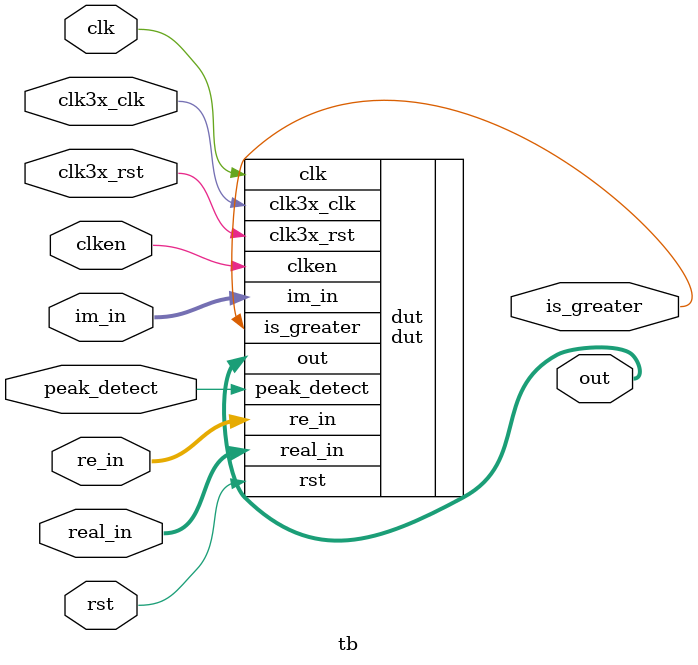
<source format=v>

`timescale 1ps/1ps

module tb
  (
   input wire         clk,
   input wire         rst,
   input wire         clk3x_clk,
   input wire         clk3x_rst,
   input wire         clken,
   input wire [15:0]  re_in,
   input wire [15:0]  im_in,
   input wire [23:0]  real_in,
   input wire         peak_detect,
   output wire [24:0] out,
   output wire        is_greater
   );

   glbl glbl ();

   dut dut
     (.clk(clk), .rst(rst), .clk3x_clk(clk3x_clk), .clk3x_rst(clk3x_rst),
      .clken(clken), .re_in(re_in), .im_in(im_in), .real_in(real_in),
      .peak_detect(peak_detect), .out(out), .is_greater(is_greater));

`ifdef COCOTB_SIM
   initial begin
      $dumpfile("dump.vcd");
      $dumpvars(0, dut);
   end
`endif
endmodule // tb

</source>
